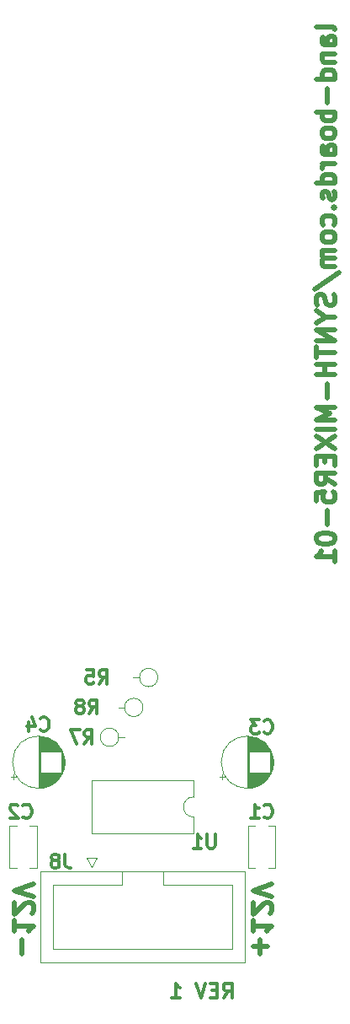
<source format=gbo>
%TF.GenerationSoftware,KiCad,Pcbnew,(6.0.1)*%
%TF.CreationDate,2022-10-05T10:26:55-04:00*%
%TF.ProjectId,SYNTH-MIXER5-01,53594e54-482d-44d4-9958-4552352d3031,1*%
%TF.SameCoordinates,Original*%
%TF.FileFunction,Legend,Bot*%
%TF.FilePolarity,Positive*%
%FSLAX46Y46*%
G04 Gerber Fmt 4.6, Leading zero omitted, Abs format (unit mm)*
G04 Created by KiCad (PCBNEW (6.0.1)) date 2022-10-05 10:26:55*
%MOMM*%
%LPD*%
G01*
G04 APERTURE LIST*
%ADD10C,0.476250*%
%ADD11C,0.300000*%
%ADD12C,0.304800*%
%ADD13C,0.120000*%
G04 APERTURE END LIST*
D10*
X26963928Y-119236866D02*
X26963928Y-117785437D01*
X26238214Y-118511151D02*
X27689642Y-118511151D01*
X26238214Y-115880437D02*
X26238214Y-116969008D01*
X26238214Y-116424723D02*
X28143214Y-116424723D01*
X27871071Y-116606151D01*
X27689642Y-116787580D01*
X27598928Y-116969008D01*
X27961785Y-115154723D02*
X28052500Y-115064008D01*
X28143214Y-114882580D01*
X28143214Y-114429008D01*
X28052500Y-114247580D01*
X27961785Y-114156866D01*
X27780357Y-114066151D01*
X27598928Y-114066151D01*
X27326785Y-114156866D01*
X26238214Y-115245437D01*
X26238214Y-114066151D01*
X28143214Y-113521866D02*
X26238214Y-112886866D01*
X28143214Y-112251866D01*
X2963928Y-119236866D02*
X2963928Y-117785437D01*
X2238214Y-115880437D02*
X2238214Y-116969008D01*
X2238214Y-116424723D02*
X4143214Y-116424723D01*
X3871071Y-116606151D01*
X3689642Y-116787580D01*
X3598928Y-116969008D01*
X3961785Y-115154723D02*
X4052500Y-115064008D01*
X4143214Y-114882580D01*
X4143214Y-114429008D01*
X4052500Y-114247580D01*
X3961785Y-114156866D01*
X3780357Y-114066151D01*
X3598928Y-114066151D01*
X3326785Y-114156866D01*
X2238214Y-115245437D01*
X2238214Y-114066151D01*
X4143214Y-113521866D02*
X2238214Y-112886866D01*
X4143214Y-112251866D01*
D11*
X23242857Y-123678571D02*
X23742857Y-122964285D01*
X24100000Y-123678571D02*
X24100000Y-122178571D01*
X23528571Y-122178571D01*
X23385714Y-122250000D01*
X23314285Y-122321428D01*
X23242857Y-122464285D01*
X23242857Y-122678571D01*
X23314285Y-122821428D01*
X23385714Y-122892857D01*
X23528571Y-122964285D01*
X24100000Y-122964285D01*
X22600000Y-122892857D02*
X22100000Y-122892857D01*
X21885714Y-123678571D02*
X22600000Y-123678571D01*
X22600000Y-122178571D01*
X21885714Y-122178571D01*
X21457142Y-122178571D02*
X20957142Y-123678571D01*
X20457142Y-122178571D01*
X18028571Y-123678571D02*
X18885714Y-123678571D01*
X18457142Y-123678571D02*
X18457142Y-122178571D01*
X18600000Y-122392857D01*
X18742857Y-122535714D01*
X18885714Y-122607142D01*
D10*
X34461785Y-26466071D02*
X34371071Y-26284642D01*
X34189642Y-26193928D01*
X32556785Y-26193928D01*
X34461785Y-28008214D02*
X33463928Y-28008214D01*
X33282500Y-27917500D01*
X33191785Y-27736071D01*
X33191785Y-27373214D01*
X33282500Y-27191785D01*
X34371071Y-28008214D02*
X34461785Y-27826785D01*
X34461785Y-27373214D01*
X34371071Y-27191785D01*
X34189642Y-27101071D01*
X34008214Y-27101071D01*
X33826785Y-27191785D01*
X33736071Y-27373214D01*
X33736071Y-27826785D01*
X33645357Y-28008214D01*
X33191785Y-28915357D02*
X34461785Y-28915357D01*
X33373214Y-28915357D02*
X33282500Y-29006071D01*
X33191785Y-29187499D01*
X33191785Y-29459642D01*
X33282500Y-29641071D01*
X33463928Y-29731785D01*
X34461785Y-29731785D01*
X34461785Y-31455357D02*
X32556785Y-31455357D01*
X34371071Y-31455357D02*
X34461785Y-31273928D01*
X34461785Y-30911071D01*
X34371071Y-30729642D01*
X34280357Y-30638928D01*
X34098928Y-30548214D01*
X33554642Y-30548214D01*
X33373214Y-30638928D01*
X33282500Y-30729642D01*
X33191785Y-30911071D01*
X33191785Y-31273928D01*
X33282500Y-31455357D01*
X33736071Y-32362499D02*
X33736071Y-33813928D01*
X34461785Y-34721071D02*
X32556785Y-34721071D01*
X33282500Y-34721071D02*
X33191785Y-34902499D01*
X33191785Y-35265357D01*
X33282500Y-35446785D01*
X33373214Y-35537499D01*
X33554642Y-35628214D01*
X34098928Y-35628214D01*
X34280357Y-35537499D01*
X34371071Y-35446785D01*
X34461785Y-35265357D01*
X34461785Y-34902499D01*
X34371071Y-34721071D01*
X34461785Y-36716785D02*
X34371071Y-36535357D01*
X34280357Y-36444642D01*
X34098928Y-36353928D01*
X33554642Y-36353928D01*
X33373214Y-36444642D01*
X33282500Y-36535357D01*
X33191785Y-36716785D01*
X33191785Y-36988928D01*
X33282500Y-37170357D01*
X33373214Y-37261071D01*
X33554642Y-37351785D01*
X34098928Y-37351785D01*
X34280357Y-37261071D01*
X34371071Y-37170357D01*
X34461785Y-36988928D01*
X34461785Y-36716785D01*
X34461785Y-38984642D02*
X33463928Y-38984642D01*
X33282500Y-38893928D01*
X33191785Y-38712499D01*
X33191785Y-38349642D01*
X33282500Y-38168214D01*
X34371071Y-38984642D02*
X34461785Y-38803214D01*
X34461785Y-38349642D01*
X34371071Y-38168214D01*
X34189642Y-38077499D01*
X34008214Y-38077499D01*
X33826785Y-38168214D01*
X33736071Y-38349642D01*
X33736071Y-38803214D01*
X33645357Y-38984642D01*
X34461785Y-39891785D02*
X33191785Y-39891785D01*
X33554642Y-39891785D02*
X33373214Y-39982499D01*
X33282500Y-40073214D01*
X33191785Y-40254642D01*
X33191785Y-40436071D01*
X34461785Y-41887499D02*
X32556785Y-41887499D01*
X34371071Y-41887499D02*
X34461785Y-41706071D01*
X34461785Y-41343214D01*
X34371071Y-41161785D01*
X34280357Y-41071071D01*
X34098928Y-40980357D01*
X33554642Y-40980357D01*
X33373214Y-41071071D01*
X33282500Y-41161785D01*
X33191785Y-41343214D01*
X33191785Y-41706071D01*
X33282500Y-41887499D01*
X34371071Y-42703928D02*
X34461785Y-42885357D01*
X34461785Y-43248214D01*
X34371071Y-43429642D01*
X34189642Y-43520357D01*
X34098928Y-43520357D01*
X33917500Y-43429642D01*
X33826785Y-43248214D01*
X33826785Y-42976071D01*
X33736071Y-42794642D01*
X33554642Y-42703928D01*
X33463928Y-42703928D01*
X33282500Y-42794642D01*
X33191785Y-42976071D01*
X33191785Y-43248214D01*
X33282500Y-43429642D01*
X34280357Y-44336785D02*
X34371071Y-44427499D01*
X34461785Y-44336785D01*
X34371071Y-44246071D01*
X34280357Y-44336785D01*
X34461785Y-44336785D01*
X34371071Y-46060357D02*
X34461785Y-45878928D01*
X34461785Y-45516071D01*
X34371071Y-45334642D01*
X34280357Y-45243928D01*
X34098928Y-45153214D01*
X33554642Y-45153214D01*
X33373214Y-45243928D01*
X33282500Y-45334642D01*
X33191785Y-45516071D01*
X33191785Y-45878928D01*
X33282500Y-46060357D01*
X34461785Y-47148928D02*
X34371071Y-46967499D01*
X34280357Y-46876785D01*
X34098928Y-46786071D01*
X33554642Y-46786071D01*
X33373214Y-46876785D01*
X33282500Y-46967499D01*
X33191785Y-47148928D01*
X33191785Y-47421071D01*
X33282500Y-47602499D01*
X33373214Y-47693214D01*
X33554642Y-47783928D01*
X34098928Y-47783928D01*
X34280357Y-47693214D01*
X34371071Y-47602499D01*
X34461785Y-47421071D01*
X34461785Y-47148928D01*
X34461785Y-48600357D02*
X33191785Y-48600357D01*
X33373214Y-48600357D02*
X33282500Y-48691071D01*
X33191785Y-48872499D01*
X33191785Y-49144642D01*
X33282500Y-49326071D01*
X33463928Y-49416785D01*
X34461785Y-49416785D01*
X33463928Y-49416785D02*
X33282500Y-49507499D01*
X33191785Y-49688928D01*
X33191785Y-49961071D01*
X33282500Y-50142499D01*
X33463928Y-50233214D01*
X34461785Y-50233214D01*
X32466071Y-52501071D02*
X34915357Y-50868214D01*
X34371071Y-53045357D02*
X34461785Y-53317499D01*
X34461785Y-53771071D01*
X34371071Y-53952499D01*
X34280357Y-54043214D01*
X34098928Y-54133928D01*
X33917500Y-54133928D01*
X33736071Y-54043214D01*
X33645357Y-53952499D01*
X33554642Y-53771071D01*
X33463928Y-53408214D01*
X33373214Y-53226785D01*
X33282500Y-53136071D01*
X33101071Y-53045357D01*
X32919642Y-53045357D01*
X32738214Y-53136071D01*
X32647500Y-53226785D01*
X32556785Y-53408214D01*
X32556785Y-53861785D01*
X32647500Y-54133928D01*
X33554642Y-55313214D02*
X34461785Y-55313214D01*
X32556785Y-54678214D02*
X33554642Y-55313214D01*
X32556785Y-55948214D01*
X34461785Y-56583214D02*
X32556785Y-56583214D01*
X34461785Y-57671785D01*
X32556785Y-57671785D01*
X32556785Y-58306785D02*
X32556785Y-59395357D01*
X34461785Y-58851071D02*
X32556785Y-58851071D01*
X34461785Y-60030357D02*
X32556785Y-60030357D01*
X33463928Y-60030357D02*
X33463928Y-61118928D01*
X34461785Y-61118928D02*
X32556785Y-61118928D01*
X33736071Y-62026071D02*
X33736071Y-63477499D01*
X34461785Y-64384642D02*
X32556785Y-64384642D01*
X33917500Y-65019642D01*
X32556785Y-65654642D01*
X34461785Y-65654642D01*
X34461785Y-66561785D02*
X32556785Y-66561785D01*
X32556785Y-67287499D02*
X34461785Y-68557499D01*
X32556785Y-68557499D02*
X34461785Y-67287499D01*
X33463928Y-69283214D02*
X33463928Y-69918214D01*
X34461785Y-70190357D02*
X34461785Y-69283214D01*
X32556785Y-69283214D01*
X32556785Y-70190357D01*
X34461785Y-72095357D02*
X33554642Y-71460357D01*
X34461785Y-71006785D02*
X32556785Y-71006785D01*
X32556785Y-71732499D01*
X32647500Y-71913928D01*
X32738214Y-72004642D01*
X32919642Y-72095357D01*
X33191785Y-72095357D01*
X33373214Y-72004642D01*
X33463928Y-71913928D01*
X33554642Y-71732499D01*
X33554642Y-71006785D01*
X32556785Y-73818928D02*
X32556785Y-72911785D01*
X33463928Y-72821071D01*
X33373214Y-72911785D01*
X33282500Y-73093214D01*
X33282500Y-73546785D01*
X33373214Y-73728214D01*
X33463928Y-73818928D01*
X33645357Y-73909642D01*
X34098928Y-73909642D01*
X34280357Y-73818928D01*
X34371071Y-73728214D01*
X34461785Y-73546785D01*
X34461785Y-73093214D01*
X34371071Y-72911785D01*
X34280357Y-72821071D01*
X33736071Y-74726071D02*
X33736071Y-76177499D01*
X32556785Y-77447499D02*
X32556785Y-77628928D01*
X32647500Y-77810357D01*
X32738214Y-77901071D01*
X32919642Y-77991785D01*
X33282500Y-78082499D01*
X33736071Y-78082499D01*
X34098928Y-77991785D01*
X34280357Y-77901071D01*
X34371071Y-77810357D01*
X34461785Y-77628928D01*
X34461785Y-77447499D01*
X34371071Y-77266071D01*
X34280357Y-77175357D01*
X34098928Y-77084642D01*
X33736071Y-76993928D01*
X33282500Y-76993928D01*
X32919642Y-77084642D01*
X32738214Y-77175357D01*
X32647500Y-77266071D01*
X32556785Y-77447499D01*
X34461785Y-79896785D02*
X34461785Y-78808214D01*
X34461785Y-79352499D02*
X32556785Y-79352499D01*
X32828928Y-79171071D01*
X33010357Y-78989642D01*
X33101071Y-78808214D01*
D12*
%TO.C,R5*%
X10732833Y-92131976D02*
X11198500Y-91466738D01*
X11531119Y-92131976D02*
X11531119Y-90734976D01*
X10998928Y-90734976D01*
X10865880Y-90801500D01*
X10799357Y-90868023D01*
X10732833Y-91001071D01*
X10732833Y-91200642D01*
X10799357Y-91333690D01*
X10865880Y-91400214D01*
X10998928Y-91466738D01*
X11531119Y-91466738D01*
X9468880Y-90734976D02*
X10134119Y-90734976D01*
X10200642Y-91400214D01*
X10134119Y-91333690D01*
X10001071Y-91267166D01*
X9668452Y-91267166D01*
X9535404Y-91333690D01*
X9468880Y-91400214D01*
X9402357Y-91533261D01*
X9402357Y-91865880D01*
X9468880Y-91998928D01*
X9535404Y-92065452D01*
X9668452Y-92131976D01*
X10001071Y-92131976D01*
X10134119Y-92065452D01*
X10200642Y-91998928D01*
%TO.C,J8*%
X7315666Y-109234976D02*
X7315666Y-110232833D01*
X7382190Y-110432404D01*
X7515238Y-110565452D01*
X7714809Y-110631976D01*
X7847857Y-110631976D01*
X6450857Y-109833690D02*
X6583904Y-109767166D01*
X6650428Y-109700642D01*
X6716952Y-109567595D01*
X6716952Y-109501071D01*
X6650428Y-109368023D01*
X6583904Y-109301500D01*
X6450857Y-109234976D01*
X6184761Y-109234976D01*
X6051714Y-109301500D01*
X5985190Y-109368023D01*
X5918666Y-109501071D01*
X5918666Y-109567595D01*
X5985190Y-109700642D01*
X6051714Y-109767166D01*
X6184761Y-109833690D01*
X6450857Y-109833690D01*
X6583904Y-109900214D01*
X6650428Y-109966738D01*
X6716952Y-110099785D01*
X6716952Y-110365880D01*
X6650428Y-110498928D01*
X6583904Y-110565452D01*
X6450857Y-110631976D01*
X6184761Y-110631976D01*
X6051714Y-110565452D01*
X5985190Y-110498928D01*
X5918666Y-110365880D01*
X5918666Y-110099785D01*
X5985190Y-109966738D01*
X6051714Y-109900214D01*
X6184761Y-109833690D01*
%TO.C,C3*%
X27332833Y-96998928D02*
X27399357Y-97065452D01*
X27598928Y-97131976D01*
X27731976Y-97131976D01*
X27931547Y-97065452D01*
X28064595Y-96932404D01*
X28131119Y-96799357D01*
X28197642Y-96533261D01*
X28197642Y-96333690D01*
X28131119Y-96067595D01*
X28064595Y-95934547D01*
X27931547Y-95801500D01*
X27731976Y-95734976D01*
X27598928Y-95734976D01*
X27399357Y-95801500D01*
X27332833Y-95868023D01*
X26867166Y-95734976D02*
X26002357Y-95734976D01*
X26468023Y-96267166D01*
X26268452Y-96267166D01*
X26135404Y-96333690D01*
X26068880Y-96400214D01*
X26002357Y-96533261D01*
X26002357Y-96865880D01*
X26068880Y-96998928D01*
X26135404Y-97065452D01*
X26268452Y-97131976D01*
X26667595Y-97131976D01*
X26800642Y-97065452D01*
X26867166Y-96998928D01*
%TO.C,U1*%
X22414380Y-107234976D02*
X22414380Y-108365880D01*
X22347857Y-108498928D01*
X22281333Y-108565452D01*
X22148285Y-108631976D01*
X21882190Y-108631976D01*
X21749142Y-108565452D01*
X21682619Y-108498928D01*
X21616095Y-108365880D01*
X21616095Y-107234976D01*
X20219095Y-108631976D02*
X21017380Y-108631976D01*
X20618238Y-108631976D02*
X20618238Y-107234976D01*
X20751285Y-107434547D01*
X20884333Y-107567595D01*
X21017380Y-107634119D01*
%TO.C,R7*%
X9232833Y-98131976D02*
X9698500Y-97466738D01*
X10031119Y-98131976D02*
X10031119Y-96734976D01*
X9498928Y-96734976D01*
X9365880Y-96801500D01*
X9299357Y-96868023D01*
X9232833Y-97001071D01*
X9232833Y-97200642D01*
X9299357Y-97333690D01*
X9365880Y-97400214D01*
X9498928Y-97466738D01*
X10031119Y-97466738D01*
X8767166Y-96734976D02*
X7835833Y-96734976D01*
X8434547Y-98131976D01*
%TO.C,C1*%
X27332833Y-105498928D02*
X27399357Y-105565452D01*
X27598928Y-105631976D01*
X27731976Y-105631976D01*
X27931547Y-105565452D01*
X28064595Y-105432404D01*
X28131119Y-105299357D01*
X28197642Y-105033261D01*
X28197642Y-104833690D01*
X28131119Y-104567595D01*
X28064595Y-104434547D01*
X27931547Y-104301500D01*
X27731976Y-104234976D01*
X27598928Y-104234976D01*
X27399357Y-104301500D01*
X27332833Y-104368023D01*
X26002357Y-105631976D02*
X26800642Y-105631976D01*
X26401500Y-105631976D02*
X26401500Y-104234976D01*
X26534547Y-104434547D01*
X26667595Y-104567595D01*
X26800642Y-104634119D01*
%TO.C,C2*%
X3082833Y-105498928D02*
X3149357Y-105565452D01*
X3348928Y-105631976D01*
X3481976Y-105631976D01*
X3681547Y-105565452D01*
X3814595Y-105432404D01*
X3881119Y-105299357D01*
X3947642Y-105033261D01*
X3947642Y-104833690D01*
X3881119Y-104567595D01*
X3814595Y-104434547D01*
X3681547Y-104301500D01*
X3481976Y-104234976D01*
X3348928Y-104234976D01*
X3149357Y-104301500D01*
X3082833Y-104368023D01*
X2550642Y-104368023D02*
X2484119Y-104301500D01*
X2351071Y-104234976D01*
X2018452Y-104234976D01*
X1885404Y-104301500D01*
X1818880Y-104368023D01*
X1752357Y-104501071D01*
X1752357Y-104634119D01*
X1818880Y-104833690D01*
X2617166Y-105631976D01*
X1752357Y-105631976D01*
%TO.C,R8*%
X9732833Y-95131976D02*
X10198500Y-94466738D01*
X10531119Y-95131976D02*
X10531119Y-93734976D01*
X9998928Y-93734976D01*
X9865880Y-93801500D01*
X9799357Y-93868023D01*
X9732833Y-94001071D01*
X9732833Y-94200642D01*
X9799357Y-94333690D01*
X9865880Y-94400214D01*
X9998928Y-94466738D01*
X10531119Y-94466738D01*
X8934547Y-94333690D02*
X9067595Y-94267166D01*
X9134119Y-94200642D01*
X9200642Y-94067595D01*
X9200642Y-94001071D01*
X9134119Y-93868023D01*
X9067595Y-93801500D01*
X8934547Y-93734976D01*
X8668452Y-93734976D01*
X8535404Y-93801500D01*
X8468880Y-93868023D01*
X8402357Y-94001071D01*
X8402357Y-94067595D01*
X8468880Y-94200642D01*
X8535404Y-94267166D01*
X8668452Y-94333690D01*
X8934547Y-94333690D01*
X9067595Y-94400214D01*
X9134119Y-94466738D01*
X9200642Y-94599785D01*
X9200642Y-94865880D01*
X9134119Y-94998928D01*
X9067595Y-95065452D01*
X8934547Y-95131976D01*
X8668452Y-95131976D01*
X8535404Y-95065452D01*
X8468880Y-94998928D01*
X8402357Y-94865880D01*
X8402357Y-94599785D01*
X8468880Y-94466738D01*
X8535404Y-94400214D01*
X8668452Y-94333690D01*
%TO.C,C4*%
X4832833Y-96748928D02*
X4899357Y-96815452D01*
X5098928Y-96881976D01*
X5231976Y-96881976D01*
X5431547Y-96815452D01*
X5564595Y-96682404D01*
X5631119Y-96549357D01*
X5697642Y-96283261D01*
X5697642Y-96083690D01*
X5631119Y-95817595D01*
X5564595Y-95684547D01*
X5431547Y-95551500D01*
X5231976Y-95484976D01*
X5098928Y-95484976D01*
X4899357Y-95551500D01*
X4832833Y-95618023D01*
X3635404Y-95950642D02*
X3635404Y-96881976D01*
X3968023Y-95418452D02*
X4300642Y-96416309D01*
X3435833Y-96416309D01*
D13*
%TO.C,R5*%
X14800000Y-91500000D02*
X14180000Y-91500000D01*
X16640000Y-91500000D02*
G75*
G03*
X16640000Y-91500000I-920000J0D01*
G01*
%TO.C,J8*%
X25390000Y-110957500D02*
X4810000Y-110957500D01*
X4810000Y-120077500D02*
X25390000Y-120077500D01*
X24090000Y-118767500D02*
X24090000Y-112267500D01*
X6110000Y-112267500D02*
X6110000Y-118767500D01*
X25390000Y-120077500D02*
X25390000Y-110957500D01*
X10020000Y-110567500D02*
X9520000Y-109567500D01*
X4810000Y-110957500D02*
X4810000Y-120077500D01*
X17150000Y-112267500D02*
X17150000Y-110957500D01*
X9520000Y-109567500D02*
X10520000Y-109567500D01*
X10520000Y-109567500D02*
X10020000Y-110567500D01*
X24090000Y-112267500D02*
X17150000Y-112267500D01*
X6110000Y-118767500D02*
X24090000Y-118767500D01*
X13050000Y-112267500D02*
X6110000Y-112267500D01*
X13050000Y-110957500D02*
X13050000Y-112267500D01*
X17150000Y-112267500D02*
X17150000Y-112267500D01*
%TO.C,C3*%
X22840113Y-101475000D02*
X23340113Y-101475000D01*
X27405888Y-98960000D02*
X27405888Y-98099000D01*
X27045888Y-102175000D02*
X27045888Y-101040000D01*
X27165888Y-102095000D02*
X27165888Y-101040000D01*
X27325888Y-101971000D02*
X27325888Y-101040000D01*
X25724888Y-102579000D02*
X25724888Y-97421000D01*
X25764888Y-102578000D02*
X25764888Y-97422000D01*
X26124888Y-102536000D02*
X26124888Y-101040000D01*
X28045888Y-101011000D02*
X28045888Y-98989000D01*
X28005888Y-101098000D02*
X28005888Y-98902000D01*
X27965888Y-101178000D02*
X27965888Y-98822000D01*
X26244888Y-102511000D02*
X26244888Y-101040000D01*
X27685888Y-101605000D02*
X27685888Y-101040000D01*
X27805888Y-101443000D02*
X27805888Y-101040000D01*
X27685888Y-98960000D02*
X27685888Y-98395000D01*
X26445888Y-98960000D02*
X26445888Y-97545000D01*
X26525888Y-98960000D02*
X26525888Y-97572000D01*
X27445888Y-98960000D02*
X27445888Y-98136000D01*
X28125888Y-100805000D02*
X28125888Y-99195000D01*
X26725888Y-102348000D02*
X26725888Y-101040000D01*
X25804888Y-102576000D02*
X25804888Y-97424000D01*
X27285888Y-98960000D02*
X27285888Y-97996000D01*
X26845888Y-102290000D02*
X26845888Y-101040000D01*
X27285888Y-102004000D02*
X27285888Y-101040000D01*
X28085888Y-100915000D02*
X28085888Y-99085000D01*
X27885888Y-98960000D02*
X27885888Y-98681000D01*
X26725888Y-98960000D02*
X26725888Y-97652000D01*
X26965888Y-98960000D02*
X26965888Y-97776000D01*
X26365888Y-98960000D02*
X26365888Y-97520000D01*
X27805888Y-98960000D02*
X27805888Y-98557000D01*
X27925888Y-98960000D02*
X27925888Y-98749000D01*
X26805888Y-102310000D02*
X26805888Y-101040000D01*
X26845888Y-98960000D02*
X26845888Y-97710000D01*
X26565888Y-102414000D02*
X26565888Y-101040000D01*
X26204888Y-102520000D02*
X26204888Y-101040000D01*
X27725888Y-98960000D02*
X27725888Y-98446000D01*
X27365888Y-98960000D02*
X27365888Y-98063000D01*
X27885888Y-101319000D02*
X27885888Y-101040000D01*
X27925888Y-101251000D02*
X27925888Y-101040000D01*
X27525888Y-98960000D02*
X27525888Y-98215000D01*
X26485888Y-98960000D02*
X26485888Y-97558000D01*
X26805888Y-98960000D02*
X26805888Y-97690000D01*
X27205888Y-98960000D02*
X27205888Y-97935000D01*
X26204888Y-98960000D02*
X26204888Y-97480000D01*
X28165888Y-100677000D02*
X28165888Y-99323000D01*
X26925888Y-98960000D02*
X26925888Y-97753000D01*
X26685888Y-98960000D02*
X26685888Y-97635000D01*
X27245888Y-102035000D02*
X27245888Y-101040000D01*
X26885888Y-98960000D02*
X26885888Y-97732000D01*
X26645888Y-98960000D02*
X26645888Y-97618000D01*
X27445888Y-101864000D02*
X27445888Y-101040000D01*
X26925888Y-102247000D02*
X26925888Y-101040000D01*
X26685888Y-102365000D02*
X26685888Y-101040000D01*
X26485888Y-102442000D02*
X26485888Y-101040000D01*
X26004888Y-98960000D02*
X26004888Y-97444000D01*
X26885888Y-102268000D02*
X26885888Y-101040000D01*
X27605888Y-101699000D02*
X27605888Y-101040000D01*
X26445888Y-102455000D02*
X26445888Y-101040000D01*
X27565888Y-98960000D02*
X27565888Y-98257000D01*
X23090113Y-101725000D02*
X23090113Y-101225000D01*
X27085888Y-102149000D02*
X27085888Y-101040000D01*
X26044888Y-102550000D02*
X26044888Y-101040000D01*
X27245888Y-98960000D02*
X27245888Y-97965000D01*
X27005888Y-98960000D02*
X27005888Y-97800000D01*
X26044888Y-98960000D02*
X26044888Y-97450000D01*
X27645888Y-101653000D02*
X27645888Y-101040000D01*
X26004888Y-102556000D02*
X26004888Y-101040000D01*
X27485888Y-98960000D02*
X27485888Y-98174000D01*
X26645888Y-102382000D02*
X26645888Y-101040000D01*
X26244888Y-98960000D02*
X26244888Y-97489000D01*
X26084888Y-102543000D02*
X26084888Y-101040000D01*
X28245888Y-100284000D02*
X28245888Y-99716000D01*
X27125888Y-98960000D02*
X27125888Y-97878000D01*
X26525888Y-102428000D02*
X26525888Y-101040000D01*
X25644888Y-102580000D02*
X25644888Y-97420000D01*
X27205888Y-102065000D02*
X27205888Y-101040000D01*
X27845888Y-101383000D02*
X27845888Y-101040000D01*
X26284888Y-102501000D02*
X26284888Y-101040000D01*
X27125888Y-102122000D02*
X27125888Y-101040000D01*
X27405888Y-101901000D02*
X27405888Y-101040000D01*
X25924888Y-102565000D02*
X25924888Y-101040000D01*
X27485888Y-101826000D02*
X27485888Y-101040000D01*
X27165888Y-98960000D02*
X27165888Y-97905000D01*
X26084888Y-98960000D02*
X26084888Y-97457000D01*
X26605888Y-98960000D02*
X26605888Y-97602000D01*
X27045888Y-98960000D02*
X27045888Y-97825000D01*
X26405888Y-102468000D02*
X26405888Y-101040000D01*
X26405888Y-98960000D02*
X26405888Y-97532000D01*
X26765888Y-102329000D02*
X26765888Y-101040000D01*
X25884888Y-98960000D02*
X25884888Y-97431000D01*
X25684888Y-102580000D02*
X25684888Y-97420000D01*
X27365888Y-101937000D02*
X27365888Y-101040000D01*
X26124888Y-98960000D02*
X26124888Y-97464000D01*
X25964888Y-102561000D02*
X25964888Y-101040000D01*
X25884888Y-102569000D02*
X25884888Y-101040000D01*
X26565888Y-98960000D02*
X26565888Y-97586000D01*
X25844888Y-102573000D02*
X25844888Y-97427000D01*
X27765888Y-98960000D02*
X27765888Y-98500000D01*
X26605888Y-102398000D02*
X26605888Y-101040000D01*
X26965888Y-102224000D02*
X26965888Y-101040000D01*
X27325888Y-98960000D02*
X27325888Y-98029000D01*
X27765888Y-101500000D02*
X27765888Y-101040000D01*
X27085888Y-98960000D02*
X27085888Y-97851000D01*
X26324888Y-98960000D02*
X26324888Y-97509000D01*
X26164888Y-102528000D02*
X26164888Y-101040000D01*
X25964888Y-98960000D02*
X25964888Y-97439000D01*
X26365888Y-102480000D02*
X26365888Y-101040000D01*
X27605888Y-98960000D02*
X27605888Y-98301000D01*
X27005888Y-102200000D02*
X27005888Y-101040000D01*
X27845888Y-98960000D02*
X27845888Y-98617000D01*
X27725888Y-101554000D02*
X27725888Y-101040000D01*
X28205888Y-100518000D02*
X28205888Y-99482000D01*
X26164888Y-98960000D02*
X26164888Y-97472000D01*
X27565888Y-101743000D02*
X27565888Y-101040000D01*
X26324888Y-102491000D02*
X26324888Y-101040000D01*
X27525888Y-101785000D02*
X27525888Y-101040000D01*
X25924888Y-98960000D02*
X25924888Y-97435000D01*
X27645888Y-98960000D02*
X27645888Y-98347000D01*
X26765888Y-98960000D02*
X26765888Y-97671000D01*
X26284888Y-98960000D02*
X26284888Y-97499000D01*
X28264888Y-100000000D02*
G75*
G03*
X28264888Y-100000000I-2620000J0D01*
G01*
%TO.C,U1*%
X20230000Y-107140000D02*
X9950000Y-107140000D01*
X9950000Y-107140000D02*
X9950000Y-101840000D01*
X9950000Y-101840000D02*
X20230000Y-101840000D01*
X20230000Y-101840000D02*
X20230000Y-103490000D01*
X20230000Y-105490000D02*
X20230000Y-107140000D01*
X20230000Y-103490000D02*
G75*
G03*
X20230000Y-105490000I0J-1000000D01*
G01*
%TO.C,R7*%
X12700000Y-97500000D02*
X13320000Y-97500000D01*
X12700000Y-97500000D02*
G75*
G03*
X12700000Y-97500000I-920000J0D01*
G01*
%TO.C,C1*%
X28470000Y-106380000D02*
X28470000Y-110620000D01*
X25730000Y-106380000D02*
X25730000Y-110620000D01*
X27765000Y-110620000D02*
X28470000Y-110620000D01*
X25730000Y-106380000D02*
X26435000Y-106380000D01*
X25730000Y-110620000D02*
X26435000Y-110620000D01*
X27765000Y-106380000D02*
X28470000Y-106380000D01*
%TO.C,C2*%
X1730000Y-106380000D02*
X2435000Y-106380000D01*
X1730000Y-110620000D02*
X2435000Y-110620000D01*
X4470000Y-106380000D02*
X4470000Y-110620000D01*
X1730000Y-106380000D02*
X1730000Y-110620000D01*
X3765000Y-110620000D02*
X4470000Y-110620000D01*
X3765000Y-106380000D02*
X4470000Y-106380000D01*
%TO.C,R8*%
X13300000Y-94500000D02*
X12680000Y-94500000D01*
X15140000Y-94500000D02*
G75*
G03*
X15140000Y-94500000I-920000J0D01*
G01*
%TO.C,C4*%
X5925888Y-98960000D02*
X5925888Y-97753000D01*
X6045888Y-102175000D02*
X6045888Y-101040000D01*
X6205888Y-98960000D02*
X6205888Y-97935000D01*
X7125888Y-100805000D02*
X7125888Y-99195000D01*
X5084888Y-102543000D02*
X5084888Y-101040000D01*
X6285888Y-98960000D02*
X6285888Y-97996000D01*
X6725888Y-101554000D02*
X6725888Y-101040000D01*
X6005888Y-102200000D02*
X6005888Y-101040000D01*
X6285888Y-102004000D02*
X6285888Y-101040000D01*
X6685888Y-98960000D02*
X6685888Y-98395000D01*
X5445888Y-102455000D02*
X5445888Y-101040000D01*
X4964888Y-102561000D02*
X4964888Y-101040000D01*
X6845888Y-98960000D02*
X6845888Y-98617000D01*
X5605888Y-98960000D02*
X5605888Y-97602000D01*
X5645888Y-102382000D02*
X5645888Y-101040000D01*
X6405888Y-101901000D02*
X6405888Y-101040000D01*
X5565888Y-98960000D02*
X5565888Y-97586000D01*
X6885888Y-98960000D02*
X6885888Y-98681000D01*
X5885888Y-98960000D02*
X5885888Y-97732000D01*
X5204888Y-98960000D02*
X5204888Y-97480000D01*
X5965888Y-102224000D02*
X5965888Y-101040000D01*
X6445888Y-98960000D02*
X6445888Y-98136000D01*
X5525888Y-102428000D02*
X5525888Y-101040000D01*
X4804888Y-102576000D02*
X4804888Y-97424000D01*
X4924888Y-98960000D02*
X4924888Y-97435000D01*
X6405888Y-98960000D02*
X6405888Y-98099000D01*
X4684888Y-102580000D02*
X4684888Y-97420000D01*
X6245888Y-102035000D02*
X6245888Y-101040000D01*
X5685888Y-98960000D02*
X5685888Y-97635000D01*
X6125888Y-102122000D02*
X6125888Y-101040000D01*
X4844888Y-102573000D02*
X4844888Y-97427000D01*
X5084888Y-98960000D02*
X5084888Y-97457000D01*
X5164888Y-98960000D02*
X5164888Y-97472000D01*
X5204888Y-102520000D02*
X5204888Y-101040000D01*
X6565888Y-101743000D02*
X6565888Y-101040000D01*
X4884888Y-102569000D02*
X4884888Y-101040000D01*
X5124888Y-98960000D02*
X5124888Y-97464000D01*
X6445888Y-101864000D02*
X6445888Y-101040000D01*
X6605888Y-98960000D02*
X6605888Y-98301000D01*
X7245888Y-100284000D02*
X7245888Y-99716000D01*
X5605888Y-102398000D02*
X5605888Y-101040000D01*
X4764888Y-102578000D02*
X4764888Y-97422000D01*
X6165888Y-98960000D02*
X6165888Y-97905000D01*
X6365888Y-101937000D02*
X6365888Y-101040000D01*
X5645888Y-98960000D02*
X5645888Y-97618000D01*
X6605888Y-101699000D02*
X6605888Y-101040000D01*
X1840113Y-101475000D02*
X2340113Y-101475000D01*
X6485888Y-101826000D02*
X6485888Y-101040000D01*
X5164888Y-102528000D02*
X5164888Y-101040000D01*
X6925888Y-101251000D02*
X6925888Y-101040000D01*
X5365888Y-98960000D02*
X5365888Y-97520000D01*
X5405888Y-102468000D02*
X5405888Y-101040000D01*
X6965888Y-101178000D02*
X6965888Y-98822000D01*
X5805888Y-102310000D02*
X5805888Y-101040000D01*
X6365888Y-98960000D02*
X6365888Y-98063000D01*
X5925888Y-102247000D02*
X5925888Y-101040000D01*
X6925888Y-98960000D02*
X6925888Y-98749000D01*
X5324888Y-98960000D02*
X5324888Y-97509000D01*
X4644888Y-102580000D02*
X4644888Y-97420000D01*
X6525888Y-101785000D02*
X6525888Y-101040000D01*
X5965888Y-98960000D02*
X5965888Y-97776000D01*
X5725888Y-98960000D02*
X5725888Y-97652000D01*
X6845888Y-101383000D02*
X6845888Y-101040000D01*
X5044888Y-98960000D02*
X5044888Y-97450000D01*
X5485888Y-98960000D02*
X5485888Y-97558000D01*
X4724888Y-102579000D02*
X4724888Y-97421000D01*
X5284888Y-98960000D02*
X5284888Y-97499000D01*
X5124888Y-102536000D02*
X5124888Y-101040000D01*
X7005888Y-101098000D02*
X7005888Y-98902000D01*
X5525888Y-98960000D02*
X5525888Y-97572000D01*
X5845888Y-98960000D02*
X5845888Y-97710000D01*
X6325888Y-101971000D02*
X6325888Y-101040000D01*
X5004888Y-102556000D02*
X5004888Y-101040000D01*
X5405888Y-98960000D02*
X5405888Y-97532000D01*
X4924888Y-102565000D02*
X4924888Y-101040000D01*
X6765888Y-98960000D02*
X6765888Y-98500000D01*
X5284888Y-102501000D02*
X5284888Y-101040000D01*
X6765888Y-101500000D02*
X6765888Y-101040000D01*
X6205888Y-102065000D02*
X6205888Y-101040000D01*
X6645888Y-101653000D02*
X6645888Y-101040000D01*
X7165888Y-100677000D02*
X7165888Y-99323000D01*
X5244888Y-102511000D02*
X5244888Y-101040000D01*
X2090113Y-101725000D02*
X2090113Y-101225000D01*
X5765888Y-98960000D02*
X5765888Y-97671000D01*
X5244888Y-98960000D02*
X5244888Y-97489000D01*
X6805888Y-98960000D02*
X6805888Y-98557000D01*
X6165888Y-102095000D02*
X6165888Y-101040000D01*
X4964888Y-98960000D02*
X4964888Y-97439000D01*
X6085888Y-102149000D02*
X6085888Y-101040000D01*
X7045888Y-101011000D02*
X7045888Y-98989000D01*
X5885888Y-102268000D02*
X5885888Y-101040000D01*
X6005888Y-98960000D02*
X6005888Y-97800000D01*
X6085888Y-98960000D02*
X6085888Y-97851000D01*
X5725888Y-102348000D02*
X5725888Y-101040000D01*
X5805888Y-98960000D02*
X5805888Y-97690000D01*
X6645888Y-98960000D02*
X6645888Y-98347000D01*
X5365888Y-102480000D02*
X5365888Y-101040000D01*
X6805888Y-101443000D02*
X6805888Y-101040000D01*
X6245888Y-98960000D02*
X6245888Y-97965000D01*
X5485888Y-102442000D02*
X5485888Y-101040000D01*
X5685888Y-102365000D02*
X5685888Y-101040000D01*
X5765888Y-102329000D02*
X5765888Y-101040000D01*
X6685888Y-101605000D02*
X6685888Y-101040000D01*
X5565888Y-102414000D02*
X5565888Y-101040000D01*
X6325888Y-98960000D02*
X6325888Y-98029000D01*
X5845888Y-102290000D02*
X5845888Y-101040000D01*
X6045888Y-98960000D02*
X6045888Y-97825000D01*
X6125888Y-98960000D02*
X6125888Y-97878000D01*
X7205888Y-100518000D02*
X7205888Y-99482000D01*
X7085888Y-100915000D02*
X7085888Y-99085000D01*
X5004888Y-98960000D02*
X5004888Y-97444000D01*
X5044888Y-102550000D02*
X5044888Y-101040000D01*
X5324888Y-102491000D02*
X5324888Y-101040000D01*
X6525888Y-98960000D02*
X6525888Y-98215000D01*
X6885888Y-101319000D02*
X6885888Y-101040000D01*
X6725888Y-98960000D02*
X6725888Y-98446000D01*
X5445888Y-98960000D02*
X5445888Y-97545000D01*
X6485888Y-98960000D02*
X6485888Y-98174000D01*
X4884888Y-98960000D02*
X4884888Y-97431000D01*
X6565888Y-98960000D02*
X6565888Y-98257000D01*
X7264888Y-100000000D02*
G75*
G03*
X7264888Y-100000000I-2620000J0D01*
G01*
%TD*%
M02*

</source>
